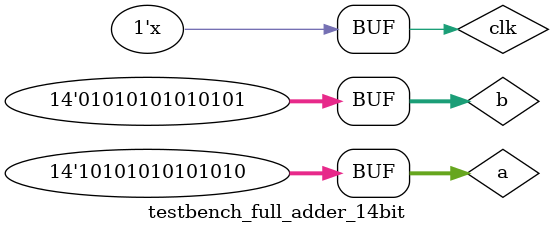
<source format=v>
`timescale 1ns / 1ps

module testbench_full_adder_14bit;
  
  full_adder_14bit dut (
    .a(a),
    .b(b),
    .cin(cin),
    .sum(sum),
    .cout(cout)
  );
  
  // inputs
  reg [13:0] a;
  reg [13:0] b;
  reg cin;
  
  // outputs
  wire [14:0] sum;
  wire cout;
  
  // Clock generation
  reg clk;
  always #5 clk = ~clk;
  
 
  initial begin
    a = 14'b10101010101010;
    b = 14'b01010101010101;
    cin = 1'b0;
  end
  
  always @(posedge clk) begin
    cin <= ~cin; 
    #10; 
    $display("a = %b, b = %b, cin = %b, sum = %b, cout = %b", a, b, cin, sum, cout);
  end
  
endmodule

</source>
